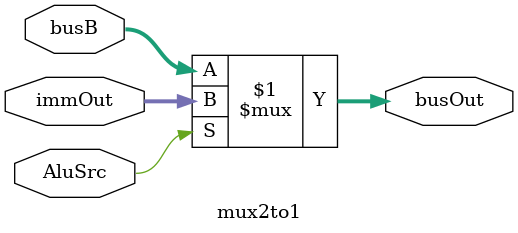
<source format=v>
module mux2to1(busB,immOut,AluSrc,busOut);
input [31:0] busB;
input [31:0] immOut;
input AluSrc;
output wire [31:0] busOut;

assign busOut=AluSrc?immOut:busB;
endmodule
</source>
